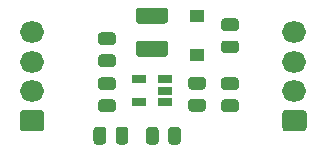
<source format=gbr>
%TF.GenerationSoftware,KiCad,Pcbnew,(5.1.6)-1*%
%TF.CreationDate,2020-07-04T13:17:01+02:00*%
%TF.ProjectId,Grove_step_up,47726f76-655f-4737-9465-705f75702e6b,rev?*%
%TF.SameCoordinates,Original*%
%TF.FileFunction,Soldermask,Top*%
%TF.FilePolarity,Negative*%
%FSLAX46Y46*%
G04 Gerber Fmt 4.6, Leading zero omitted, Abs format (unit mm)*
G04 Created by KiCad (PCBNEW (5.1.6)-1) date 2020-07-04 13:17:01*
%MOMM*%
%LPD*%
G01*
G04 APERTURE LIST*
%ADD10R,1.160000X0.750000*%
%ADD11O,2.050000X1.800000*%
%ADD12R,1.300000X1.000000*%
G04 APERTURE END LIST*
D10*
%TO.C,U1*%
X118280000Y-79690000D03*
X118280000Y-77790000D03*
X120480000Y-77790000D03*
X120480000Y-78740000D03*
X120480000Y-79690000D03*
%TD*%
%TO.C,R4*%
G36*
G01*
X125502750Y-79472500D02*
X126465250Y-79472500D01*
G75*
G02*
X126734000Y-79741250I0J-268750D01*
G01*
X126734000Y-80278750D01*
G75*
G02*
X126465250Y-80547500I-268750J0D01*
G01*
X125502750Y-80547500D01*
G75*
G02*
X125234000Y-80278750I0J268750D01*
G01*
X125234000Y-79741250D01*
G75*
G02*
X125502750Y-79472500I268750J0D01*
G01*
G37*
G36*
G01*
X125502750Y-77597500D02*
X126465250Y-77597500D01*
G75*
G02*
X126734000Y-77866250I0J-268750D01*
G01*
X126734000Y-78403750D01*
G75*
G02*
X126465250Y-78672500I-268750J0D01*
G01*
X125502750Y-78672500D01*
G75*
G02*
X125234000Y-78403750I0J268750D01*
G01*
X125234000Y-77866250D01*
G75*
G02*
X125502750Y-77597500I268750J0D01*
G01*
G37*
%TD*%
%TO.C,R3*%
G36*
G01*
X115502500Y-82068750D02*
X115502500Y-83031250D01*
G75*
G02*
X115233750Y-83300000I-268750J0D01*
G01*
X114696250Y-83300000D01*
G75*
G02*
X114427500Y-83031250I0J268750D01*
G01*
X114427500Y-82068750D01*
G75*
G02*
X114696250Y-81800000I268750J0D01*
G01*
X115233750Y-81800000D01*
G75*
G02*
X115502500Y-82068750I0J-268750D01*
G01*
G37*
G36*
G01*
X117377500Y-82068750D02*
X117377500Y-83031250D01*
G75*
G02*
X117108750Y-83300000I-268750J0D01*
G01*
X116571250Y-83300000D01*
G75*
G02*
X116302500Y-83031250I0J268750D01*
G01*
X116302500Y-82068750D01*
G75*
G02*
X116571250Y-81800000I268750J0D01*
G01*
X117108750Y-81800000D01*
G75*
G02*
X117377500Y-82068750I0J-268750D01*
G01*
G37*
%TD*%
%TO.C,R2*%
G36*
G01*
X123671250Y-78642500D02*
X122708750Y-78642500D01*
G75*
G02*
X122440000Y-78373750I0J268750D01*
G01*
X122440000Y-77836250D01*
G75*
G02*
X122708750Y-77567500I268750J0D01*
G01*
X123671250Y-77567500D01*
G75*
G02*
X123940000Y-77836250I0J-268750D01*
G01*
X123940000Y-78373750D01*
G75*
G02*
X123671250Y-78642500I-268750J0D01*
G01*
G37*
G36*
G01*
X123671250Y-80517500D02*
X122708750Y-80517500D01*
G75*
G02*
X122440000Y-80248750I0J268750D01*
G01*
X122440000Y-79711250D01*
G75*
G02*
X122708750Y-79442500I268750J0D01*
G01*
X123671250Y-79442500D01*
G75*
G02*
X123940000Y-79711250I0J-268750D01*
G01*
X123940000Y-80248750D01*
G75*
G02*
X123671250Y-80517500I-268750J0D01*
G01*
G37*
%TD*%
%TO.C,R1*%
G36*
G01*
X116051250Y-78672500D02*
X115088750Y-78672500D01*
G75*
G02*
X114820000Y-78403750I0J268750D01*
G01*
X114820000Y-77866250D01*
G75*
G02*
X115088750Y-77597500I268750J0D01*
G01*
X116051250Y-77597500D01*
G75*
G02*
X116320000Y-77866250I0J-268750D01*
G01*
X116320000Y-78403750D01*
G75*
G02*
X116051250Y-78672500I-268750J0D01*
G01*
G37*
G36*
G01*
X116051250Y-80547500D02*
X115088750Y-80547500D01*
G75*
G02*
X114820000Y-80278750I0J268750D01*
G01*
X114820000Y-79741250D01*
G75*
G02*
X115088750Y-79472500I268750J0D01*
G01*
X116051250Y-79472500D01*
G75*
G02*
X116320000Y-79741250I0J-268750D01*
G01*
X116320000Y-80278750D01*
G75*
G02*
X116051250Y-80547500I-268750J0D01*
G01*
G37*
%TD*%
%TO.C,L1*%
G36*
G01*
X120485000Y-73065000D02*
X118275000Y-73065000D01*
G75*
G02*
X118005000Y-72795000I0J270000D01*
G01*
X118005000Y-71985000D01*
G75*
G02*
X118275000Y-71715000I270000J0D01*
G01*
X120485000Y-71715000D01*
G75*
G02*
X120755000Y-71985000I0J-270000D01*
G01*
X120755000Y-72795000D01*
G75*
G02*
X120485000Y-73065000I-270000J0D01*
G01*
G37*
G36*
G01*
X120485000Y-75865000D02*
X118275000Y-75865000D01*
G75*
G02*
X118005000Y-75595000I0J270000D01*
G01*
X118005000Y-74785000D01*
G75*
G02*
X118275000Y-74515000I270000J0D01*
G01*
X120485000Y-74515000D01*
G75*
G02*
X120755000Y-74785000I0J-270000D01*
G01*
X120755000Y-75595000D01*
G75*
G02*
X120485000Y-75865000I-270000J0D01*
G01*
G37*
%TD*%
D11*
%TO.C,J2*%
X131445000Y-73780000D03*
X131445000Y-76280000D03*
X131445000Y-78780000D03*
G36*
G01*
X132205294Y-82180000D02*
X130684706Y-82180000D01*
G75*
G02*
X130420000Y-81915294I0J264706D01*
G01*
X130420000Y-80644706D01*
G75*
G02*
X130684706Y-80380000I264706J0D01*
G01*
X132205294Y-80380000D01*
G75*
G02*
X132470000Y-80644706I0J-264706D01*
G01*
X132470000Y-81915294D01*
G75*
G02*
X132205294Y-82180000I-264706J0D01*
G01*
G37*
%TD*%
%TO.C,J1*%
X109220000Y-73780000D03*
X109220000Y-76280000D03*
X109220000Y-78780000D03*
G36*
G01*
X109980294Y-82180000D02*
X108459706Y-82180000D01*
G75*
G02*
X108195000Y-81915294I0J264706D01*
G01*
X108195000Y-80644706D01*
G75*
G02*
X108459706Y-80380000I264706J0D01*
G01*
X109980294Y-80380000D01*
G75*
G02*
X110245000Y-80644706I0J-264706D01*
G01*
X110245000Y-81915294D01*
G75*
G02*
X109980294Y-82180000I-264706J0D01*
G01*
G37*
%TD*%
%TO.C,D2*%
G36*
G01*
X120747500Y-83031250D02*
X120747500Y-82068750D01*
G75*
G02*
X121016250Y-81800000I268750J0D01*
G01*
X121553750Y-81800000D01*
G75*
G02*
X121822500Y-82068750I0J-268750D01*
G01*
X121822500Y-83031250D01*
G75*
G02*
X121553750Y-83300000I-268750J0D01*
G01*
X121016250Y-83300000D01*
G75*
G02*
X120747500Y-83031250I0J268750D01*
G01*
G37*
G36*
G01*
X118872500Y-83031250D02*
X118872500Y-82068750D01*
G75*
G02*
X119141250Y-81800000I268750J0D01*
G01*
X119678750Y-81800000D01*
G75*
G02*
X119947500Y-82068750I0J-268750D01*
G01*
X119947500Y-83031250D01*
G75*
G02*
X119678750Y-83300000I-268750J0D01*
G01*
X119141250Y-83300000D01*
G75*
G02*
X118872500Y-83031250I0J268750D01*
G01*
G37*
%TD*%
D12*
%TO.C,D1*%
X123190000Y-72390000D03*
X123190000Y-75690000D03*
%TD*%
%TO.C,C2*%
G36*
G01*
X126465250Y-73689500D02*
X125502750Y-73689500D01*
G75*
G02*
X125234000Y-73420750I0J268750D01*
G01*
X125234000Y-72883250D01*
G75*
G02*
X125502750Y-72614500I268750J0D01*
G01*
X126465250Y-72614500D01*
G75*
G02*
X126734000Y-72883250I0J-268750D01*
G01*
X126734000Y-73420750D01*
G75*
G02*
X126465250Y-73689500I-268750J0D01*
G01*
G37*
G36*
G01*
X126465250Y-75564500D02*
X125502750Y-75564500D01*
G75*
G02*
X125234000Y-75295750I0J268750D01*
G01*
X125234000Y-74758250D01*
G75*
G02*
X125502750Y-74489500I268750J0D01*
G01*
X126465250Y-74489500D01*
G75*
G02*
X126734000Y-74758250I0J-268750D01*
G01*
X126734000Y-75295750D01*
G75*
G02*
X126465250Y-75564500I-268750J0D01*
G01*
G37*
%TD*%
%TO.C,C1*%
G36*
G01*
X115088750Y-75662500D02*
X116051250Y-75662500D01*
G75*
G02*
X116320000Y-75931250I0J-268750D01*
G01*
X116320000Y-76468750D01*
G75*
G02*
X116051250Y-76737500I-268750J0D01*
G01*
X115088750Y-76737500D01*
G75*
G02*
X114820000Y-76468750I0J268750D01*
G01*
X114820000Y-75931250D01*
G75*
G02*
X115088750Y-75662500I268750J0D01*
G01*
G37*
G36*
G01*
X115088750Y-73787500D02*
X116051250Y-73787500D01*
G75*
G02*
X116320000Y-74056250I0J-268750D01*
G01*
X116320000Y-74593750D01*
G75*
G02*
X116051250Y-74862500I-268750J0D01*
G01*
X115088750Y-74862500D01*
G75*
G02*
X114820000Y-74593750I0J268750D01*
G01*
X114820000Y-74056250D01*
G75*
G02*
X115088750Y-73787500I268750J0D01*
G01*
G37*
%TD*%
M02*

</source>
